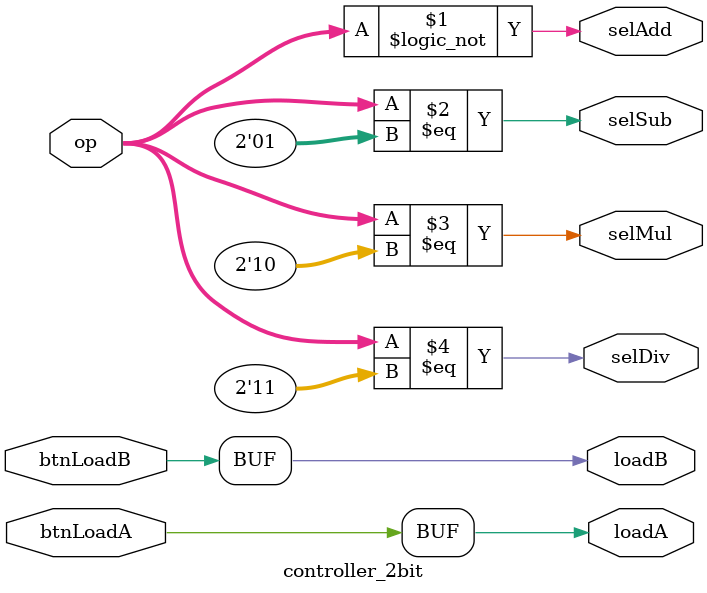
<source format=v>
module controller_2bit (
    input  wire btnLoadA,
    input  wire btnLoadB,
    output wire loadA,
    output wire loadB,

    input  wire [1:0] op,

    output wire selAdd,  
    output wire selSub, 
    output wire selMul,  
    output wire selDiv   
);
    assign loadA = btnLoadA;
    assign loadB = btnLoadB;

    assign selAdd = (op == 2'b00);
    assign selSub = (op == 2'b01);
    assign selMul = (op == 2'b10);
    assign selDiv = (op == 2'b11);
endmodule

</source>
